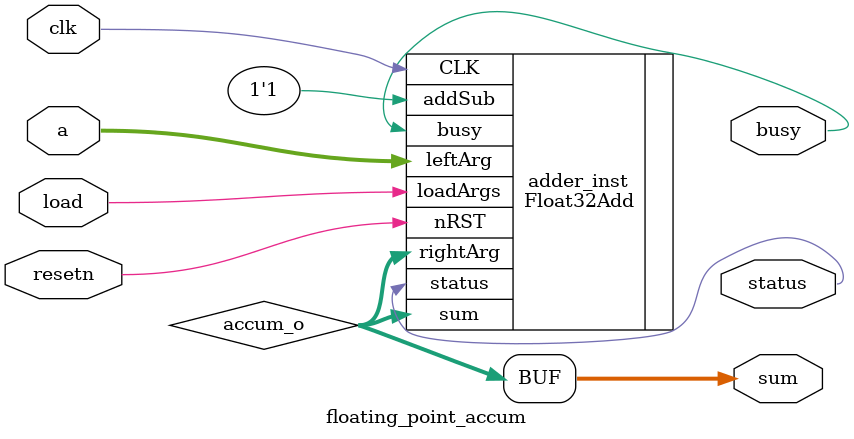
<source format=sv>
module floating_point_accum (
  input  logic        clk   , //! clock signal
  input  logic        resetn, //! Active level 0
  input  logic [31:0] a     , //! Add numbers
  input  logic        load  , //! Load strobe for a and b signals
  output logic        busy  , //! High means performing calculations, low means result ready.
  output logic        status, //! Status output. Bit 2 - Not a Number, Bit 1 - Infinity, Bit 0 - Denormal.
  output logic [31:0] sum     //! Accumulator output
);

  logic [31:0] accum_o;
  
  Float32Add adder_inst (
    .CLK(clk),      
    .nRST(resetn),  
    .leftArg(a),    
    .rightArg(accum_o),   
    .addSub(1'b1),
    .loadArgs(load),
    .status(status),    
    .busy(busy),
    .sum(accum_o)     
  );

  assign sum = accum_o;
endmodule
</source>
